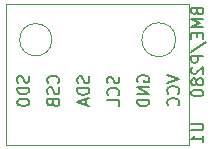
<source format=gbr>
%TF.GenerationSoftware,KiCad,Pcbnew,7.0.9*%
%TF.CreationDate,2024-02-15T22:09:53+01:00*%
%TF.ProjectId,esp32c3,65737033-3263-4332-9e6b-696361645f70,rev?*%
%TF.SameCoordinates,Original*%
%TF.FileFunction,Legend,Bot*%
%TF.FilePolarity,Positive*%
%FSLAX46Y46*%
G04 Gerber Fmt 4.6, Leading zero omitted, Abs format (unit mm)*
G04 Created by KiCad (PCBNEW 7.0.9) date 2024-02-15 22:09:53*
%MOMM*%
%LPD*%
G01*
G04 APERTURE LIST*
%ADD10C,0.150000*%
%ADD11C,0.120000*%
G04 APERTURE END LIST*
D10*
X161887819Y-59309095D02*
X162697342Y-59309095D01*
X162697342Y-59309095D02*
X162792580Y-59356714D01*
X162792580Y-59356714D02*
X162840200Y-59404333D01*
X162840200Y-59404333D02*
X162887819Y-59499571D01*
X162887819Y-59499571D02*
X162887819Y-59690047D01*
X162887819Y-59690047D02*
X162840200Y-59785285D01*
X162840200Y-59785285D02*
X162792580Y-59832904D01*
X162792580Y-59832904D02*
X162697342Y-59880523D01*
X162697342Y-59880523D02*
X161887819Y-59880523D01*
X162887819Y-60880523D02*
X162887819Y-60309095D01*
X162887819Y-60594809D02*
X161887819Y-60594809D01*
X161887819Y-60594809D02*
X162030676Y-60499571D01*
X162030676Y-60499571D02*
X162125914Y-60404333D01*
X162125914Y-60404333D02*
X162173533Y-60309095D01*
X157363438Y-55753095D02*
X157315819Y-55657857D01*
X157315819Y-55657857D02*
X157315819Y-55515000D01*
X157315819Y-55515000D02*
X157363438Y-55372143D01*
X157363438Y-55372143D02*
X157458676Y-55276905D01*
X157458676Y-55276905D02*
X157553914Y-55229286D01*
X157553914Y-55229286D02*
X157744390Y-55181667D01*
X157744390Y-55181667D02*
X157887247Y-55181667D01*
X157887247Y-55181667D02*
X158077723Y-55229286D01*
X158077723Y-55229286D02*
X158172961Y-55276905D01*
X158172961Y-55276905D02*
X158268200Y-55372143D01*
X158268200Y-55372143D02*
X158315819Y-55515000D01*
X158315819Y-55515000D02*
X158315819Y-55610238D01*
X158315819Y-55610238D02*
X158268200Y-55753095D01*
X158268200Y-55753095D02*
X158220580Y-55800714D01*
X158220580Y-55800714D02*
X157887247Y-55800714D01*
X157887247Y-55800714D02*
X157887247Y-55610238D01*
X158315819Y-56229286D02*
X157315819Y-56229286D01*
X157315819Y-56229286D02*
X158315819Y-56800714D01*
X158315819Y-56800714D02*
X157315819Y-56800714D01*
X158315819Y-57276905D02*
X157315819Y-57276905D01*
X157315819Y-57276905D02*
X157315819Y-57515000D01*
X157315819Y-57515000D02*
X157363438Y-57657857D01*
X157363438Y-57657857D02*
X157458676Y-57753095D01*
X157458676Y-57753095D02*
X157553914Y-57800714D01*
X157553914Y-57800714D02*
X157744390Y-57848333D01*
X157744390Y-57848333D02*
X157887247Y-57848333D01*
X157887247Y-57848333D02*
X158077723Y-57800714D01*
X158077723Y-57800714D02*
X158172961Y-57753095D01*
X158172961Y-57753095D02*
X158268200Y-57657857D01*
X158268200Y-57657857D02*
X158315819Y-57515000D01*
X158315819Y-57515000D02*
X158315819Y-57276905D01*
X155728200Y-55324524D02*
X155775819Y-55467381D01*
X155775819Y-55467381D02*
X155775819Y-55705476D01*
X155775819Y-55705476D02*
X155728200Y-55800714D01*
X155728200Y-55800714D02*
X155680580Y-55848333D01*
X155680580Y-55848333D02*
X155585342Y-55895952D01*
X155585342Y-55895952D02*
X155490104Y-55895952D01*
X155490104Y-55895952D02*
X155394866Y-55848333D01*
X155394866Y-55848333D02*
X155347247Y-55800714D01*
X155347247Y-55800714D02*
X155299628Y-55705476D01*
X155299628Y-55705476D02*
X155252009Y-55515000D01*
X155252009Y-55515000D02*
X155204390Y-55419762D01*
X155204390Y-55419762D02*
X155156771Y-55372143D01*
X155156771Y-55372143D02*
X155061533Y-55324524D01*
X155061533Y-55324524D02*
X154966295Y-55324524D01*
X154966295Y-55324524D02*
X154871057Y-55372143D01*
X154871057Y-55372143D02*
X154823438Y-55419762D01*
X154823438Y-55419762D02*
X154775819Y-55515000D01*
X154775819Y-55515000D02*
X154775819Y-55753095D01*
X154775819Y-55753095D02*
X154823438Y-55895952D01*
X155680580Y-56895952D02*
X155728200Y-56848333D01*
X155728200Y-56848333D02*
X155775819Y-56705476D01*
X155775819Y-56705476D02*
X155775819Y-56610238D01*
X155775819Y-56610238D02*
X155728200Y-56467381D01*
X155728200Y-56467381D02*
X155632961Y-56372143D01*
X155632961Y-56372143D02*
X155537723Y-56324524D01*
X155537723Y-56324524D02*
X155347247Y-56276905D01*
X155347247Y-56276905D02*
X155204390Y-56276905D01*
X155204390Y-56276905D02*
X155013914Y-56324524D01*
X155013914Y-56324524D02*
X154918676Y-56372143D01*
X154918676Y-56372143D02*
X154823438Y-56467381D01*
X154823438Y-56467381D02*
X154775819Y-56610238D01*
X154775819Y-56610238D02*
X154775819Y-56705476D01*
X154775819Y-56705476D02*
X154823438Y-56848333D01*
X154823438Y-56848333D02*
X154871057Y-56895952D01*
X155775819Y-57800714D02*
X155775819Y-57324524D01*
X155775819Y-57324524D02*
X154775819Y-57324524D01*
X150600580Y-55848333D02*
X150648200Y-55800714D01*
X150648200Y-55800714D02*
X150695819Y-55657857D01*
X150695819Y-55657857D02*
X150695819Y-55562619D01*
X150695819Y-55562619D02*
X150648200Y-55419762D01*
X150648200Y-55419762D02*
X150552961Y-55324524D01*
X150552961Y-55324524D02*
X150457723Y-55276905D01*
X150457723Y-55276905D02*
X150267247Y-55229286D01*
X150267247Y-55229286D02*
X150124390Y-55229286D01*
X150124390Y-55229286D02*
X149933914Y-55276905D01*
X149933914Y-55276905D02*
X149838676Y-55324524D01*
X149838676Y-55324524D02*
X149743438Y-55419762D01*
X149743438Y-55419762D02*
X149695819Y-55562619D01*
X149695819Y-55562619D02*
X149695819Y-55657857D01*
X149695819Y-55657857D02*
X149743438Y-55800714D01*
X149743438Y-55800714D02*
X149791057Y-55848333D01*
X150648200Y-56229286D02*
X150695819Y-56372143D01*
X150695819Y-56372143D02*
X150695819Y-56610238D01*
X150695819Y-56610238D02*
X150648200Y-56705476D01*
X150648200Y-56705476D02*
X150600580Y-56753095D01*
X150600580Y-56753095D02*
X150505342Y-56800714D01*
X150505342Y-56800714D02*
X150410104Y-56800714D01*
X150410104Y-56800714D02*
X150314866Y-56753095D01*
X150314866Y-56753095D02*
X150267247Y-56705476D01*
X150267247Y-56705476D02*
X150219628Y-56610238D01*
X150219628Y-56610238D02*
X150172009Y-56419762D01*
X150172009Y-56419762D02*
X150124390Y-56324524D01*
X150124390Y-56324524D02*
X150076771Y-56276905D01*
X150076771Y-56276905D02*
X149981533Y-56229286D01*
X149981533Y-56229286D02*
X149886295Y-56229286D01*
X149886295Y-56229286D02*
X149791057Y-56276905D01*
X149791057Y-56276905D02*
X149743438Y-56324524D01*
X149743438Y-56324524D02*
X149695819Y-56419762D01*
X149695819Y-56419762D02*
X149695819Y-56657857D01*
X149695819Y-56657857D02*
X149743438Y-56800714D01*
X150172009Y-57562619D02*
X150219628Y-57705476D01*
X150219628Y-57705476D02*
X150267247Y-57753095D01*
X150267247Y-57753095D02*
X150362485Y-57800714D01*
X150362485Y-57800714D02*
X150505342Y-57800714D01*
X150505342Y-57800714D02*
X150600580Y-57753095D01*
X150600580Y-57753095D02*
X150648200Y-57705476D01*
X150648200Y-57705476D02*
X150695819Y-57610238D01*
X150695819Y-57610238D02*
X150695819Y-57229286D01*
X150695819Y-57229286D02*
X149695819Y-57229286D01*
X149695819Y-57229286D02*
X149695819Y-57562619D01*
X149695819Y-57562619D02*
X149743438Y-57657857D01*
X149743438Y-57657857D02*
X149791057Y-57705476D01*
X149791057Y-57705476D02*
X149886295Y-57753095D01*
X149886295Y-57753095D02*
X149981533Y-57753095D01*
X149981533Y-57753095D02*
X150076771Y-57705476D01*
X150076771Y-57705476D02*
X150124390Y-57657857D01*
X150124390Y-57657857D02*
X150172009Y-57562619D01*
X150172009Y-57562619D02*
X150172009Y-57229286D01*
X159855819Y-55181667D02*
X160855819Y-55515000D01*
X160855819Y-55515000D02*
X159855819Y-55848333D01*
X160760580Y-56753095D02*
X160808200Y-56705476D01*
X160808200Y-56705476D02*
X160855819Y-56562619D01*
X160855819Y-56562619D02*
X160855819Y-56467381D01*
X160855819Y-56467381D02*
X160808200Y-56324524D01*
X160808200Y-56324524D02*
X160712961Y-56229286D01*
X160712961Y-56229286D02*
X160617723Y-56181667D01*
X160617723Y-56181667D02*
X160427247Y-56134048D01*
X160427247Y-56134048D02*
X160284390Y-56134048D01*
X160284390Y-56134048D02*
X160093914Y-56181667D01*
X160093914Y-56181667D02*
X159998676Y-56229286D01*
X159998676Y-56229286D02*
X159903438Y-56324524D01*
X159903438Y-56324524D02*
X159855819Y-56467381D01*
X159855819Y-56467381D02*
X159855819Y-56562619D01*
X159855819Y-56562619D02*
X159903438Y-56705476D01*
X159903438Y-56705476D02*
X159951057Y-56753095D01*
X160760580Y-57753095D02*
X160808200Y-57705476D01*
X160808200Y-57705476D02*
X160855819Y-57562619D01*
X160855819Y-57562619D02*
X160855819Y-57467381D01*
X160855819Y-57467381D02*
X160808200Y-57324524D01*
X160808200Y-57324524D02*
X160712961Y-57229286D01*
X160712961Y-57229286D02*
X160617723Y-57181667D01*
X160617723Y-57181667D02*
X160427247Y-57134048D01*
X160427247Y-57134048D02*
X160284390Y-57134048D01*
X160284390Y-57134048D02*
X160093914Y-57181667D01*
X160093914Y-57181667D02*
X159998676Y-57229286D01*
X159998676Y-57229286D02*
X159903438Y-57324524D01*
X159903438Y-57324524D02*
X159855819Y-57467381D01*
X159855819Y-57467381D02*
X159855819Y-57562619D01*
X159855819Y-57562619D02*
X159903438Y-57705476D01*
X159903438Y-57705476D02*
X159951057Y-57753095D01*
X162364009Y-49808238D02*
X162411628Y-49951095D01*
X162411628Y-49951095D02*
X162459247Y-49998714D01*
X162459247Y-49998714D02*
X162554485Y-50046333D01*
X162554485Y-50046333D02*
X162697342Y-50046333D01*
X162697342Y-50046333D02*
X162792580Y-49998714D01*
X162792580Y-49998714D02*
X162840200Y-49951095D01*
X162840200Y-49951095D02*
X162887819Y-49855857D01*
X162887819Y-49855857D02*
X162887819Y-49474905D01*
X162887819Y-49474905D02*
X161887819Y-49474905D01*
X161887819Y-49474905D02*
X161887819Y-49808238D01*
X161887819Y-49808238D02*
X161935438Y-49903476D01*
X161935438Y-49903476D02*
X161983057Y-49951095D01*
X161983057Y-49951095D02*
X162078295Y-49998714D01*
X162078295Y-49998714D02*
X162173533Y-49998714D01*
X162173533Y-49998714D02*
X162268771Y-49951095D01*
X162268771Y-49951095D02*
X162316390Y-49903476D01*
X162316390Y-49903476D02*
X162364009Y-49808238D01*
X162364009Y-49808238D02*
X162364009Y-49474905D01*
X162887819Y-50474905D02*
X161887819Y-50474905D01*
X161887819Y-50474905D02*
X162602104Y-50808238D01*
X162602104Y-50808238D02*
X161887819Y-51141571D01*
X161887819Y-51141571D02*
X162887819Y-51141571D01*
X162364009Y-51617762D02*
X162364009Y-51951095D01*
X162887819Y-52093952D02*
X162887819Y-51617762D01*
X162887819Y-51617762D02*
X161887819Y-51617762D01*
X161887819Y-51617762D02*
X161887819Y-52093952D01*
X161840200Y-53236809D02*
X163125914Y-52379667D01*
X162887819Y-53570143D02*
X161887819Y-53570143D01*
X161887819Y-53570143D02*
X161887819Y-53951095D01*
X161887819Y-53951095D02*
X161935438Y-54046333D01*
X161935438Y-54046333D02*
X161983057Y-54093952D01*
X161983057Y-54093952D02*
X162078295Y-54141571D01*
X162078295Y-54141571D02*
X162221152Y-54141571D01*
X162221152Y-54141571D02*
X162316390Y-54093952D01*
X162316390Y-54093952D02*
X162364009Y-54046333D01*
X162364009Y-54046333D02*
X162411628Y-53951095D01*
X162411628Y-53951095D02*
X162411628Y-53570143D01*
X161983057Y-54522524D02*
X161935438Y-54570143D01*
X161935438Y-54570143D02*
X161887819Y-54665381D01*
X161887819Y-54665381D02*
X161887819Y-54903476D01*
X161887819Y-54903476D02*
X161935438Y-54998714D01*
X161935438Y-54998714D02*
X161983057Y-55046333D01*
X161983057Y-55046333D02*
X162078295Y-55093952D01*
X162078295Y-55093952D02*
X162173533Y-55093952D01*
X162173533Y-55093952D02*
X162316390Y-55046333D01*
X162316390Y-55046333D02*
X162887819Y-54474905D01*
X162887819Y-54474905D02*
X162887819Y-55093952D01*
X162316390Y-55665381D02*
X162268771Y-55570143D01*
X162268771Y-55570143D02*
X162221152Y-55522524D01*
X162221152Y-55522524D02*
X162125914Y-55474905D01*
X162125914Y-55474905D02*
X162078295Y-55474905D01*
X162078295Y-55474905D02*
X161983057Y-55522524D01*
X161983057Y-55522524D02*
X161935438Y-55570143D01*
X161935438Y-55570143D02*
X161887819Y-55665381D01*
X161887819Y-55665381D02*
X161887819Y-55855857D01*
X161887819Y-55855857D02*
X161935438Y-55951095D01*
X161935438Y-55951095D02*
X161983057Y-55998714D01*
X161983057Y-55998714D02*
X162078295Y-56046333D01*
X162078295Y-56046333D02*
X162125914Y-56046333D01*
X162125914Y-56046333D02*
X162221152Y-55998714D01*
X162221152Y-55998714D02*
X162268771Y-55951095D01*
X162268771Y-55951095D02*
X162316390Y-55855857D01*
X162316390Y-55855857D02*
X162316390Y-55665381D01*
X162316390Y-55665381D02*
X162364009Y-55570143D01*
X162364009Y-55570143D02*
X162411628Y-55522524D01*
X162411628Y-55522524D02*
X162506866Y-55474905D01*
X162506866Y-55474905D02*
X162697342Y-55474905D01*
X162697342Y-55474905D02*
X162792580Y-55522524D01*
X162792580Y-55522524D02*
X162840200Y-55570143D01*
X162840200Y-55570143D02*
X162887819Y-55665381D01*
X162887819Y-55665381D02*
X162887819Y-55855857D01*
X162887819Y-55855857D02*
X162840200Y-55951095D01*
X162840200Y-55951095D02*
X162792580Y-55998714D01*
X162792580Y-55998714D02*
X162697342Y-56046333D01*
X162697342Y-56046333D02*
X162506866Y-56046333D01*
X162506866Y-56046333D02*
X162411628Y-55998714D01*
X162411628Y-55998714D02*
X162364009Y-55951095D01*
X162364009Y-55951095D02*
X162316390Y-55855857D01*
X161887819Y-56665381D02*
X161887819Y-56760619D01*
X161887819Y-56760619D02*
X161935438Y-56855857D01*
X161935438Y-56855857D02*
X161983057Y-56903476D01*
X161983057Y-56903476D02*
X162078295Y-56951095D01*
X162078295Y-56951095D02*
X162268771Y-56998714D01*
X162268771Y-56998714D02*
X162506866Y-56998714D01*
X162506866Y-56998714D02*
X162697342Y-56951095D01*
X162697342Y-56951095D02*
X162792580Y-56903476D01*
X162792580Y-56903476D02*
X162840200Y-56855857D01*
X162840200Y-56855857D02*
X162887819Y-56760619D01*
X162887819Y-56760619D02*
X162887819Y-56665381D01*
X162887819Y-56665381D02*
X162840200Y-56570143D01*
X162840200Y-56570143D02*
X162792580Y-56522524D01*
X162792580Y-56522524D02*
X162697342Y-56474905D01*
X162697342Y-56474905D02*
X162506866Y-56427286D01*
X162506866Y-56427286D02*
X162268771Y-56427286D01*
X162268771Y-56427286D02*
X162078295Y-56474905D01*
X162078295Y-56474905D02*
X161983057Y-56522524D01*
X161983057Y-56522524D02*
X161935438Y-56570143D01*
X161935438Y-56570143D02*
X161887819Y-56665381D01*
X153188200Y-55300714D02*
X153235819Y-55443571D01*
X153235819Y-55443571D02*
X153235819Y-55681666D01*
X153235819Y-55681666D02*
X153188200Y-55776904D01*
X153188200Y-55776904D02*
X153140580Y-55824523D01*
X153140580Y-55824523D02*
X153045342Y-55872142D01*
X153045342Y-55872142D02*
X152950104Y-55872142D01*
X152950104Y-55872142D02*
X152854866Y-55824523D01*
X152854866Y-55824523D02*
X152807247Y-55776904D01*
X152807247Y-55776904D02*
X152759628Y-55681666D01*
X152759628Y-55681666D02*
X152712009Y-55491190D01*
X152712009Y-55491190D02*
X152664390Y-55395952D01*
X152664390Y-55395952D02*
X152616771Y-55348333D01*
X152616771Y-55348333D02*
X152521533Y-55300714D01*
X152521533Y-55300714D02*
X152426295Y-55300714D01*
X152426295Y-55300714D02*
X152331057Y-55348333D01*
X152331057Y-55348333D02*
X152283438Y-55395952D01*
X152283438Y-55395952D02*
X152235819Y-55491190D01*
X152235819Y-55491190D02*
X152235819Y-55729285D01*
X152235819Y-55729285D02*
X152283438Y-55872142D01*
X153235819Y-56300714D02*
X152235819Y-56300714D01*
X152235819Y-56300714D02*
X152235819Y-56538809D01*
X152235819Y-56538809D02*
X152283438Y-56681666D01*
X152283438Y-56681666D02*
X152378676Y-56776904D01*
X152378676Y-56776904D02*
X152473914Y-56824523D01*
X152473914Y-56824523D02*
X152664390Y-56872142D01*
X152664390Y-56872142D02*
X152807247Y-56872142D01*
X152807247Y-56872142D02*
X152997723Y-56824523D01*
X152997723Y-56824523D02*
X153092961Y-56776904D01*
X153092961Y-56776904D02*
X153188200Y-56681666D01*
X153188200Y-56681666D02*
X153235819Y-56538809D01*
X153235819Y-56538809D02*
X153235819Y-56300714D01*
X152950104Y-57253095D02*
X152950104Y-57729285D01*
X153235819Y-57157857D02*
X152235819Y-57491190D01*
X152235819Y-57491190D02*
X153235819Y-57824523D01*
X148108200Y-55253095D02*
X148155819Y-55395952D01*
X148155819Y-55395952D02*
X148155819Y-55634047D01*
X148155819Y-55634047D02*
X148108200Y-55729285D01*
X148108200Y-55729285D02*
X148060580Y-55776904D01*
X148060580Y-55776904D02*
X147965342Y-55824523D01*
X147965342Y-55824523D02*
X147870104Y-55824523D01*
X147870104Y-55824523D02*
X147774866Y-55776904D01*
X147774866Y-55776904D02*
X147727247Y-55729285D01*
X147727247Y-55729285D02*
X147679628Y-55634047D01*
X147679628Y-55634047D02*
X147632009Y-55443571D01*
X147632009Y-55443571D02*
X147584390Y-55348333D01*
X147584390Y-55348333D02*
X147536771Y-55300714D01*
X147536771Y-55300714D02*
X147441533Y-55253095D01*
X147441533Y-55253095D02*
X147346295Y-55253095D01*
X147346295Y-55253095D02*
X147251057Y-55300714D01*
X147251057Y-55300714D02*
X147203438Y-55348333D01*
X147203438Y-55348333D02*
X147155819Y-55443571D01*
X147155819Y-55443571D02*
X147155819Y-55681666D01*
X147155819Y-55681666D02*
X147203438Y-55824523D01*
X148155819Y-56253095D02*
X147155819Y-56253095D01*
X147155819Y-56253095D02*
X147155819Y-56491190D01*
X147155819Y-56491190D02*
X147203438Y-56634047D01*
X147203438Y-56634047D02*
X147298676Y-56729285D01*
X147298676Y-56729285D02*
X147393914Y-56776904D01*
X147393914Y-56776904D02*
X147584390Y-56824523D01*
X147584390Y-56824523D02*
X147727247Y-56824523D01*
X147727247Y-56824523D02*
X147917723Y-56776904D01*
X147917723Y-56776904D02*
X148012961Y-56729285D01*
X148012961Y-56729285D02*
X148108200Y-56634047D01*
X148108200Y-56634047D02*
X148155819Y-56491190D01*
X148155819Y-56491190D02*
X148155819Y-56253095D01*
X147155819Y-57443571D02*
X147155819Y-57538809D01*
X147155819Y-57538809D02*
X147203438Y-57634047D01*
X147203438Y-57634047D02*
X147251057Y-57681666D01*
X147251057Y-57681666D02*
X147346295Y-57729285D01*
X147346295Y-57729285D02*
X147536771Y-57776904D01*
X147536771Y-57776904D02*
X147774866Y-57776904D01*
X147774866Y-57776904D02*
X147965342Y-57729285D01*
X147965342Y-57729285D02*
X148060580Y-57681666D01*
X148060580Y-57681666D02*
X148108200Y-57634047D01*
X148108200Y-57634047D02*
X148155819Y-57538809D01*
X148155819Y-57538809D02*
X148155819Y-57443571D01*
X148155819Y-57443571D02*
X148108200Y-57348333D01*
X148108200Y-57348333D02*
X148060580Y-57300714D01*
X148060580Y-57300714D02*
X147965342Y-57253095D01*
X147965342Y-57253095D02*
X147774866Y-57205476D01*
X147774866Y-57205476D02*
X147536771Y-57205476D01*
X147536771Y-57205476D02*
X147346295Y-57253095D01*
X147346295Y-57253095D02*
X147251057Y-57300714D01*
X147251057Y-57300714D02*
X147203438Y-57348333D01*
X147203438Y-57348333D02*
X147155819Y-57443571D01*
D11*
%TO.C,U1*%
X146177000Y-61087000D02*
X146177000Y-49149000D01*
X161671000Y-61087000D02*
X146177000Y-61087000D01*
X146177000Y-49149000D02*
X161671000Y-49149000D01*
X161671000Y-49149000D02*
X161671000Y-61087000D01*
X150084832Y-52197000D02*
G75*
G03*
X150084832Y-52197000I-1367832J0D01*
G01*
X160567841Y-52197000D02*
G75*
G03*
X160567841Y-52197000I-1436841J0D01*
G01*
%TD*%
M02*

</source>
